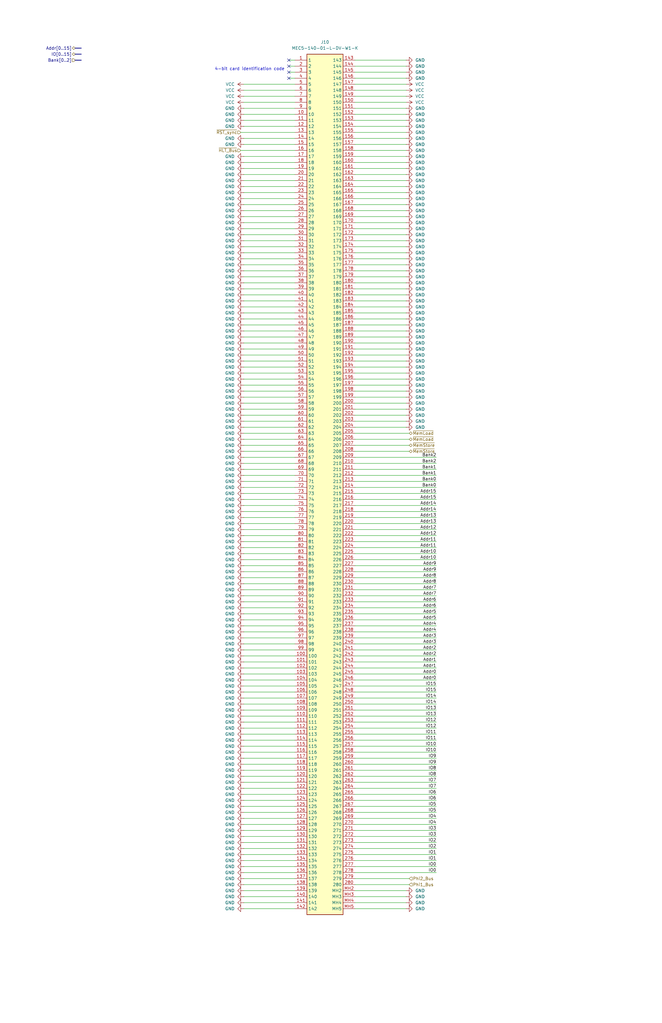
<source format=kicad_sch>
(kicad_sch (version 20250114) (generator "eeschema") (generator_version "9.0")
  (paper "USLedger" portrait)
  (title_block (date "2025-07-11"))
  (text "4-bit card identification code" (at 120.142 29.21 0) (effects (font (size 1.27 1.27)) (justify right)))
  (no_connect (at 121.92 33.02))
  (no_connect (at 121.92 30.48))
  (no_connect (at 121.92 27.94))
  (no_connect (at 121.92 25.4))
  (wire (pts (xy 149.86 205.74) (xy 184.15 205.74)))
  (wire (pts (xy 102.87 360.68) (xy 124.46 360.68)))
  (wire (pts (xy 184.15 302.26) (xy 149.86 302.26)))
  (wire (pts (xy 102.87 187.96) (xy 124.46 187.96)))
  (wire (pts (xy 102.87 325.12) (xy 124.46 325.12)))
  (wire (pts (xy 184.15 297.18) (xy 149.86 297.18)))
  (wire (pts (xy 171.45 375.92) (xy 149.86 375.92)))
  (wire (pts (xy 184.15 198.12) (xy 149.86 198.12)))
  (wire (pts (xy 171.45 104.14) (xy 149.86 104.14)))
  (wire (pts (xy 171.45 160.02) (xy 149.86 160.02)))
  (wire (pts (xy 184.15 193.04) (xy 149.86 193.04)))
  (wire (pts (xy 102.87 177.8) (xy 124.46 177.8)))
  (wire (pts (xy 102.87 68.58) (xy 124.46 68.58)))
  (wire (pts (xy 184.15 236.22) (xy 149.86 236.22)))
  (wire (pts (xy 102.87 314.96) (xy 124.46 314.96)))
  (wire (pts (xy 102.87 233.68) (xy 124.46 233.68)))
  (wire (pts (xy 171.45 91.44) (xy 149.86 91.44)))
  (wire (pts (xy 121.92 27.94) (xy 124.46 27.94)))
  (wire (pts (xy 102.87 53.34) (xy 124.46 53.34)))
  (wire (pts (xy 102.87 261.62) (xy 124.46 261.62)))
  (wire (pts (xy 171.45 101.6) (xy 149.86 101.6)))
  (wire (pts (xy 149.86 203.2) (xy 184.15 203.2)))
  (wire (pts (xy 121.92 30.48) (xy 124.46 30.48)))
  (wire (pts (xy 102.87 363.22) (xy 124.46 363.22)))
  (wire (pts (xy 171.45 76.2) (xy 149.86 76.2)))
  (wire (pts (xy 102.87 99.06) (xy 124.46 99.06)))
  (wire (pts (xy 102.87 185.42) (xy 124.46 185.42)))
  (wire (pts (xy 184.15 325.12) (xy 149.86 325.12)))
  (wire (pts (xy 102.87 332.74) (xy 124.46 332.74)))
  (wire (pts (xy 102.87 109.22) (xy 124.46 109.22)))
  (wire (pts (xy 102.87 119.38) (xy 124.46 119.38)))
  (wire (pts (xy 102.87 238.76) (xy 124.46 238.76)))
  (wire (pts (xy 171.45 383.54) (xy 149.86 383.54)))
  (wire (pts (xy 102.87 193.04) (xy 124.46 193.04)))
  (wire (pts (xy 102.87 378.46) (xy 124.46 378.46)))
  (wire (pts (xy 102.87 40.64) (xy 124.46 40.64)))
  (wire (pts (xy 102.87 200.66) (xy 124.46 200.66)))
  (wire (pts (xy 171.45 134.62) (xy 149.86 134.62)))
  (wire (pts (xy 102.87 284.48) (xy 124.46 284.48)))
  (wire (pts (xy 184.15 322.58) (xy 149.86 322.58)))
  (wire (pts (xy 171.45 114.3) (xy 149.86 114.3)))
  (wire (pts (xy 184.15 279.4) (xy 149.86 279.4)))
  (bus (pts (xy 31.75 25.4) (xy 34.29 25.4)))
  (wire (pts (xy 149.86 187.96) (xy 172.72 187.96)))
  (wire (pts (xy 102.87 335.28) (xy 124.46 335.28)))
  (wire (pts (xy 102.87 312.42) (xy 124.46 312.42)))
  (wire (pts (xy 102.87 175.26) (xy 124.46 175.26)))
  (wire (pts (xy 102.87 248.92) (xy 124.46 248.92)))
  (wire (pts (xy 184.15 213.36) (xy 149.86 213.36)))
  (wire (pts (xy 102.87 154.94) (xy 124.46 154.94)))
  (wire (pts (xy 171.45 60.96) (xy 149.86 60.96)))
  (wire (pts (xy 102.87 220.98) (xy 124.46 220.98)))
  (wire (pts (xy 102.87 160.02) (xy 124.46 160.02)))
  (wire (pts (xy 171.45 147.32) (xy 149.86 147.32)))
  (wire (pts (xy 102.87 195.58) (xy 124.46 195.58)))
  (wire (pts (xy 102.87 208.28) (xy 124.46 208.28)))
  (wire (pts (xy 184.15 195.58) (xy 149.86 195.58)))
  (wire (pts (xy 102.87 127) (xy 124.46 127)))
  (wire (pts (xy 171.45 167.64) (xy 149.86 167.64)))
  (wire (pts (xy 171.45 121.92) (xy 149.86 121.92)))
  (wire (pts (xy 171.45 99.06) (xy 149.86 99.06)))
  (wire (pts (xy 149.86 185.42) (xy 172.72 185.42)))
  (wire (pts (xy 102.87 289.56) (xy 124.46 289.56)))
  (wire (pts (xy 171.45 38.1) (xy 149.86 38.1)))
  (wire (pts (xy 102.87 73.66) (xy 124.46 73.66)))
  (wire (pts (xy 102.87 114.3) (xy 124.46 114.3)))
  (wire (pts (xy 102.87 88.9) (xy 124.46 88.9)))
  (wire (pts (xy 102.87 322.58) (xy 124.46 322.58)))
  (wire (pts (xy 102.87 350.52) (xy 124.46 350.52)))
  (wire (pts (xy 102.87 116.84) (xy 124.46 116.84)))
  (wire (pts (xy 184.15 261.62) (xy 149.86 261.62)))
  (wire (pts (xy 184.15 337.82) (xy 149.86 337.82)))
  (wire (pts (xy 102.87 111.76) (xy 124.46 111.76)))
  (wire (pts (xy 102.87 266.7) (xy 124.46 266.7)))
  (wire (pts (xy 171.45 78.74) (xy 149.86 78.74)))
  (wire (pts (xy 121.92 25.4) (xy 124.46 25.4)))
  (wire (pts (xy 171.45 175.26) (xy 149.86 175.26)))
  (wire (pts (xy 184.15 312.42) (xy 149.86 312.42)))
  (wire (pts (xy 184.15 317.5) (xy 149.86 317.5)))
  (wire (pts (xy 184.15 309.88) (xy 149.86 309.88)))
  (wire (pts (xy 171.45 63.5) (xy 149.86 63.5)))
  (wire (pts (xy 171.45 53.34) (xy 149.86 53.34)))
  (wire (pts (xy 102.87 86.36) (xy 124.46 86.36)))
  (wire (pts (xy 184.15 340.36) (xy 149.86 340.36)))
  (wire (pts (xy 102.87 180.34) (xy 124.46 180.34)))
  (wire (pts (xy 102.87 58.42) (xy 124.46 58.42)))
  (wire (pts (xy 102.87 236.22) (xy 124.46 236.22)))
  (wire (pts (xy 101.6 55.88) (xy 124.46 55.88)))
  (wire (pts (xy 102.87 132.08) (xy 124.46 132.08)))
  (wire (pts (xy 184.15 220.98) (xy 149.86 220.98)))
  (wire (pts (xy 102.87 307.34) (xy 124.46 307.34)))
  (wire (pts (xy 184.15 254) (xy 149.86 254)))
  (wire (pts (xy 171.45 111.76) (xy 149.86 111.76)))
  (wire (pts (xy 184.15 223.52) (xy 149.86 223.52)))
  (wire (pts (xy 102.87 144.78) (xy 124.46 144.78)))
  (wire (pts (xy 121.92 33.02) (xy 124.46 33.02)))
  (wire (pts (xy 184.15 231.14) (xy 149.86 231.14)))
  (wire (pts (xy 184.15 335.28) (xy 149.86 335.28)))
  (wire (pts (xy 102.87 259.08) (xy 124.46 259.08)))
  (wire (pts (xy 184.15 368.3) (xy 149.86 368.3)))
  (wire (pts (xy 102.87 172.72) (xy 124.46 172.72)))
  (wire (pts (xy 184.15 292.1) (xy 149.86 292.1)))
  (wire (pts (xy 184.15 299.72) (xy 149.86 299.72)))
  (wire (pts (xy 101.6 63.5) (xy 124.46 63.5)))
  (wire (pts (xy 102.87 243.84) (xy 124.46 243.84)))
  (wire (pts (xy 102.87 358.14) (xy 124.46 358.14)))
  (wire (pts (xy 171.45 129.54) (xy 149.86 129.54)))
  (wire (pts (xy 102.87 91.44) (xy 124.46 91.44)))
  (wire (pts (xy 102.87 330.2) (xy 124.46 330.2)))
  (wire (pts (xy 171.45 142.24) (xy 149.86 142.24)))
  (wire (pts (xy 102.87 142.24) (xy 124.46 142.24)))
  (wire (pts (xy 102.87 327.66) (xy 124.46 327.66)))
  (wire (pts (xy 102.87 205.74) (xy 124.46 205.74)))
  (wire (pts (xy 171.45 152.4) (xy 149.86 152.4)))
  (wire (pts (xy 184.15 248.92) (xy 149.86 248.92)))
  (wire (pts (xy 102.87 129.54) (xy 124.46 129.54)))
  (wire (pts (xy 102.87 256.54) (xy 124.46 256.54)))
  (wire (pts (xy 184.15 215.9) (xy 149.86 215.9)))
  (wire (pts (xy 102.87 271.78) (xy 124.46 271.78)))
  (wire (pts (xy 172.72 370.84) (xy 149.86 370.84)))
  (wire (pts (xy 184.15 284.48) (xy 149.86 284.48)))
  (wire (pts (xy 102.87 340.36) (xy 124.46 340.36)))
  (wire (pts (xy 171.45 27.94) (xy 149.86 27.94)))
  (wire (pts (xy 102.87 45.72) (xy 124.46 45.72)))
  (wire (pts (xy 102.87 38.1) (xy 124.46 38.1)))
  (wire (pts (xy 102.87 76.2) (xy 124.46 76.2)))
  (wire (pts (xy 102.87 170.18) (xy 124.46 170.18)))
  (wire (pts (xy 184.15 218.44) (xy 149.86 218.44)))
  (wire (pts (xy 102.87 375.92) (xy 124.46 375.92)))
  (wire (pts (xy 102.87 182.88) (xy 124.46 182.88)))
  (wire (pts (xy 171.45 50.8) (xy 149.86 50.8)))
  (wire (pts (xy 102.87 218.44) (xy 124.46 218.44)))
  (wire (pts (xy 171.45 45.72) (xy 149.86 45.72)))
  (wire (pts (xy 102.87 317.5) (xy 124.46 317.5)))
  (wire (pts (xy 171.45 40.64) (xy 149.86 40.64)))
  (wire (pts (xy 102.87 167.64) (xy 124.46 167.64)))
  (wire (pts (xy 102.87 152.4) (xy 124.46 152.4)))
  (wire (pts (xy 102.87 43.18) (xy 124.46 43.18)))
  (wire (pts (xy 102.87 35.56) (xy 124.46 35.56)))
  (wire (pts (xy 171.45 180.34) (xy 149.86 180.34)))
  (wire (pts (xy 102.87 213.36) (xy 124.46 213.36)))
  (wire (pts (xy 184.15 363.22) (xy 149.86 363.22)))
  (wire (pts (xy 149.86 182.88) (xy 172.72 182.88)))
  (wire (pts (xy 171.45 35.56) (xy 149.86 35.56)))
  (wire (pts (xy 184.15 342.9) (xy 149.86 342.9)))
  (wire (pts (xy 184.15 304.8) (xy 149.86 304.8)))
  (wire (pts (xy 102.87 294.64) (xy 124.46 294.64)))
  (wire (pts (xy 102.87 274.32) (xy 124.46 274.32)))
  (wire (pts (xy 102.87 78.74) (xy 124.46 78.74)))
  (wire (pts (xy 184.15 264.16) (xy 149.86 264.16)))
  (wire (pts (xy 184.15 271.78) (xy 149.86 271.78)))
  (wire (pts (xy 102.87 251.46) (xy 124.46 251.46)))
  (wire (pts (xy 102.87 347.98) (xy 124.46 347.98)))
  (wire (pts (xy 102.87 287.02) (xy 124.46 287.02)))
  (wire (pts (xy 102.87 134.62) (xy 124.46 134.62)))
  (wire (pts (xy 171.45 165.1) (xy 149.86 165.1)))
  (wire (pts (xy 171.45 71.12) (xy 149.86 71.12)))
  (wire (pts (xy 102.87 83.82) (xy 124.46 83.82)))
  (wire (pts (xy 171.45 96.52) (xy 149.86 96.52)))
  (wire (pts (xy 102.87 254) (xy 124.46 254)))
  (wire (pts (xy 102.87 368.3) (xy 124.46 368.3)))
  (wire (pts (xy 102.87 365.76) (xy 124.46 365.76)))
  (wire (pts (xy 102.87 241.3) (xy 124.46 241.3)))
  (wire (pts (xy 102.87 320.04) (xy 124.46 320.04)))
  (wire (pts (xy 184.15 294.64) (xy 149.86 294.64)))
  (wire (pts (xy 184.15 314.96) (xy 149.86 314.96)))
  (wire (pts (xy 171.45 66.04) (xy 149.86 66.04)))
  (wire (pts (xy 171.45 381) (xy 149.86 381)))
  (wire (pts (xy 184.15 276.86) (xy 149.86 276.86)))
  (wire (pts (xy 184.15 269.24) (xy 149.86 269.24)))
  (wire (pts (xy 102.87 370.84) (xy 124.46 370.84)))
  (wire (pts (xy 184.15 200.66) (xy 149.86 200.66)))
  (bus (pts (xy 31.75 22.86) (xy 34.29 22.86)))
  (wire (pts (xy 171.45 132.08) (xy 149.86 132.08)))
  (wire (pts (xy 171.45 139.7) (xy 149.86 139.7)))
  (wire (pts (xy 171.45 93.98) (xy 149.86 93.98)))
  (wire (pts (xy 102.87 231.14) (xy 124.46 231.14)))
  (wire (pts (xy 171.45 116.84) (xy 149.86 116.84)))
  (wire (pts (xy 171.45 124.46) (xy 149.86 124.46)))
  (wire (pts (xy 102.87 292.1) (xy 124.46 292.1)))
  (wire (pts (xy 184.15 332.74) (xy 149.86 332.74)))
  (wire (pts (xy 171.45 81.28) (xy 149.86 81.28)))
  (wire (pts (xy 102.87 246.38) (xy 124.46 246.38)))
  (wire (pts (xy 171.45 58.42) (xy 149.86 58.42)))
  (wire (pts (xy 171.45 106.68) (xy 149.86 106.68)))
  (wire (pts (xy 171.45 162.56) (xy 149.86 162.56)))
  (wire (pts (xy 184.15 238.76) (xy 149.86 238.76)))
  (wire (pts (xy 171.45 127) (xy 149.86 127)))
  (wire (pts (xy 184.15 251.46) (xy 149.86 251.46)))
  (wire (pts (xy 184.15 243.84) (xy 149.86 243.84)))
  (wire (pts (xy 184.15 289.56) (xy 149.86 289.56)))
  (wire (pts (xy 102.87 383.54) (xy 124.46 383.54)))
  (wire (pts (xy 102.87 165.1) (xy 124.46 165.1)))
  (wire (pts (xy 184.15 256.54) (xy 149.86 256.54)))
  (wire (pts (xy 102.87 279.4) (xy 124.46 279.4)))
  (wire (pts (xy 102.87 381) (xy 124.46 381)))
  (wire (pts (xy 184.15 274.32) (xy 149.86 274.32)))
  (wire (pts (xy 149.86 190.5) (xy 172.72 190.5)))
  (wire (pts (xy 171.45 25.4) (xy 149.86 25.4)))
  (wire (pts (xy 102.87 66.04) (xy 124.46 66.04)))
  (wire (pts (xy 102.87 101.6) (xy 124.46 101.6)))
  (wire (pts (xy 102.87 304.8) (xy 124.46 304.8)))
  (wire (pts (xy 184.15 365.76) (xy 149.86 365.76)))
  (wire (pts (xy 184.15 353.06) (xy 149.86 353.06)))
  (wire (pts (xy 171.45 88.9) (xy 149.86 88.9)))
  (wire (pts (xy 171.45 33.02) (xy 149.86 33.02)))
  (wire (pts (xy 184.15 241.3) (xy 149.86 241.3)))
  (wire (pts (xy 184.15 350.52) (xy 149.86 350.52)))
  (wire (pts (xy 102.87 81.28) (xy 124.46 81.28)))
  (wire (pts (xy 102.87 228.6) (xy 124.46 228.6)))
  (wire (pts (xy 102.87 157.48) (xy 124.46 157.48)))
  (wire (pts (xy 102.87 302.26) (xy 124.46 302.26)))
  (wire (pts (xy 184.15 210.82) (xy 149.86 210.82)))
  (wire (pts (xy 184.15 259.08) (xy 149.86 259.08)))
  (wire (pts (xy 171.45 378.46) (xy 149.86 378.46)))
  (wire (pts (xy 102.87 299.72) (xy 124.46 299.72)))
  (wire (pts (xy 184.15 226.06) (xy 149.86 226.06)))
  (wire (pts (xy 102.87 226.06) (xy 124.46 226.06)))
  (wire (pts (xy 102.87 96.52) (xy 124.46 96.52)))
  (wire (pts (xy 102.87 71.12) (xy 124.46 71.12)))
  (wire (pts (xy 184.15 287.02) (xy 149.86 287.02)))
  (wire (pts (xy 171.45 68.58) (xy 149.86 68.58)))
  (wire (pts (xy 171.45 55.88) (xy 149.86 55.88)))
  (wire (pts (xy 172.72 373.38) (xy 149.86 373.38)))
  (wire (pts (xy 102.87 48.26) (xy 124.46 48.26)))
  (wire (pts (xy 171.45 157.48) (xy 149.86 157.48)))
  (wire (pts (xy 102.87 124.46) (xy 124.46 124.46)))
  (wire (pts (xy 184.15 307.34) (xy 149.86 307.34)))
  (wire (pts (xy 102.87 198.12) (xy 124.46 198.12)))
  (wire (pts (xy 171.45 170.18) (xy 149.86 170.18)))
  (wire (pts (xy 102.87 297.18) (xy 124.46 297.18)))
  (wire (pts (xy 102.87 210.82) (xy 124.46 210.82)))
  (wire (pts (xy 102.87 104.14) (xy 124.46 104.14)))
  (wire (pts (xy 102.87 147.32) (xy 124.46 147.32)))
  (wire (pts (xy 184.15 233.68) (xy 149.86 233.68)))
  (wire (pts (xy 184.15 266.7) (xy 149.86 266.7)))
  (wire (pts (xy 184.15 330.2) (xy 149.86 330.2)))
  (wire (pts (xy 102.87 137.16) (xy 124.46 137.16)))
  (wire (pts (xy 102.87 203.2) (xy 124.46 203.2)))
  (bus (pts (xy 31.75 20.32) (xy 34.29 20.32)))
  (wire (pts (xy 102.87 373.38) (xy 124.46 373.38)))
  (wire (pts (xy 171.45 172.72) (xy 149.86 172.72)))
  (wire (pts (xy 171.45 144.78) (xy 149.86 144.78)))
  (wire (pts (xy 102.87 269.24) (xy 124.46 269.24)))
  (wire (pts (xy 102.87 60.96) (xy 124.46 60.96)))
  (wire (pts (xy 171.45 48.26) (xy 149.86 48.26)))
  (wire (pts (xy 184.15 327.66) (xy 149.86 327.66)))
  (wire (pts (xy 102.87 121.92) (xy 124.46 121.92)))
  (wire (pts (xy 171.45 119.38) (xy 149.86 119.38)))
  (wire (pts (xy 184.15 347.98) (xy 149.86 347.98)))
  (wire (pts (xy 102.87 139.7) (xy 124.46 139.7)))
  (wire (pts (xy 102.87 149.86) (xy 124.46 149.86)))
  (wire (pts (xy 171.45 109.22) (xy 149.86 109.22)))
  (wire (pts (xy 171.45 149.86) (xy 149.86 149.86)))
  (wire (pts (xy 102.87 337.82) (xy 124.46 337.82)))
  (wire (pts (xy 184.15 358.14) (xy 149.86 358.14)))
  (wire (pts (xy 171.45 83.82) (xy 149.86 83.82)))
  (wire (pts (xy 184.15 360.68) (xy 149.86 360.68)))
  (wire (pts (xy 171.45 43.18) (xy 149.86 43.18)))
  (wire (pts (xy 184.15 355.6) (xy 149.86 355.6)))
  (wire (pts (xy 102.87 264.16) (xy 124.46 264.16)))
  (wire (pts (xy 184.15 208.28) (xy 149.86 208.28)))
  (wire (pts (xy 184.15 345.44) (xy 149.86 345.44)))
  (wire (pts (xy 102.87 345.44) (xy 124.46 345.44)))
  (wire (pts (xy 102.87 215.9) (xy 124.46 215.9)))
  (wire (pts (xy 184.15 228.6) (xy 149.86 228.6)))
  (wire (pts (xy 184.15 320.04) (xy 149.86 320.04)))
  (wire (pts (xy 102.87 309.88) (xy 124.46 309.88)))
  (wire (pts (xy 102.87 223.52) (xy 124.46 223.52)))
  (wire (pts (xy 102.87 281.94) (xy 124.46 281.94)))
  (wire (pts (xy 102.87 162.56) (xy 124.46 162.56)))
  (wire (pts (xy 102.87 106.68) (xy 124.46 106.68)))
  (wire (pts (xy 171.45 177.8) (xy 149.86 177.8)))
  (wire (pts (xy 171.45 30.48) (xy 149.86 30.48)))
  (wire (pts (xy 184.15 281.94) (xy 149.86 281.94)))
  (wire (pts (xy 102.87 190.5) (xy 124.46 190.5)))
  (wire (pts (xy 102.87 353.06) (xy 124.46 353.06)))
  (wire (pts (xy 102.87 355.6) (xy 124.46 355.6)))
  (wire (pts (xy 102.87 276.86) (xy 124.46 276.86)))
  (wire (pts (xy 171.45 86.36) (xy 149.86 86.36)))
  (wire (pts (xy 171.45 137.16) (xy 149.86 137.16)))
  (wire (pts (xy 102.87 342.9) (xy 124.46 342.9)))
  (wire (pts (xy 184.15 246.38) (xy 149.86 246.38)))
  (wire (pts (xy 171.45 73.66) (xy 149.86 73.66)))
  (wire (pts (xy 171.45 154.94) (xy 149.86 154.94)))
  (wire (pts (xy 102.87 93.98) (xy 124.46 93.98)))
  (wire (pts (xy 102.87 50.8) (xy 124.46 50.8)))
  (label "Addr4" (at 184.15 264.16 180))
  (label "Addr13" (at 184.15 218.44 180))
  (label "IO6" (at 184.15 335.28 180))
  (label "IO10" (at 184.15 317.5 180))
  (label "IO11" (at 184.15 309.88 180))
  (label "Addr1" (at 184.15 279.4 180))
  (label "IO6" (at 184.15 337.82 180))
  (label "Addr8" (at 184.15 246.38 180))
  (label "Addr3" (at 184.15 269.24 180))
  (label "Bank2" (at 184.15 193.04 180))
  (label "IO7" (at 184.15 332.74 180))
  (label "Bank1" (at 184.15 200.66 180))
  (label "IO13" (at 184.15 299.72 180))
  (label "Addr5" (at 184.15 261.62 180))
  (label "IO7" (at 184.15 330.2 180))
  (label "IO14" (at 184.15 294.64 180))
  (label "IO5" (at 184.15 340.36 180))
  (label "IO1" (at 184.15 363.22 180))
  (label "IO2" (at 184.15 358.14 180))
  (label "Addr15" (at 184.15 208.28 180))
  (label "IO15" (at 184.15 292.1 180))
  (label "Addr4" (at 184.15 266.7 180))
  (label "IO12" (at 184.15 304.8 180))
  (label "IO12" (at 184.15 307.34 180))
  (label "Addr10" (at 184.15 233.68 180))
  (label "Addr14" (at 184.15 215.9 180))
  (label "Addr7" (at 184.15 248.92 180))
  (label "IO9" (at 184.15 322.58 180))
  (label "Addr12" (at 184.15 223.52 180))
  (label "Addr9" (at 184.15 238.76 180))
  (label "IO8" (at 184.15 325.12 180))
  (label "Addr12" (at 184.15 226.06 180))
  (label "Bank0" (at 184.15 205.74 180))
  (label "IO3" (at 184.15 350.52 180))
  (label "IO15" (at 184.15 289.56 180))
  (label "IO0" (at 184.15 365.76 180))
  (label "Addr11" (at 184.15 228.6 180))
  (label "Addr0" (at 184.15 284.48 180))
  (label "IO10" (at 184.15 314.96 180))
  (label "Addr13" (at 184.15 220.98 180))
  (label "Addr0" (at 184.15 287.02 180))
  (label "Bank1" (at 184.15 198.12 180))
  (label "IO13" (at 184.15 302.26 180))
  (label "IO4" (at 184.15 345.44 180))
  (label "Addr2" (at 184.15 276.86 180))
  (label "Addr6" (at 184.15 254 180))
  (label "Addr5" (at 184.15 259.08 180))
  (label "IO5" (at 184.15 342.9 180))
  (label "Addr1" (at 184.15 281.94 180))
  (label "IO9" (at 184.15 320.04 180))
  (label "Addr7" (at 184.15 251.46 180))
  (label "Addr10" (at 184.15 236.22 180))
  (label "Addr8" (at 184.15 243.84 180))
  (label "Addr11" (at 184.15 231.14 180))
  (label "IO8" (at 184.15 327.66 180))
  (label "IO0" (at 184.15 368.3 180))
  (label "Addr3" (at 184.15 271.78 180))
  (label "Bank2" (at 184.15 195.58 180))
  (label "IO1" (at 184.15 360.68 180))
  (label "IO3" (at 184.15 353.06 180))
  (label "IO2" (at 184.15 355.6 180))
  (label "Addr14" (at 184.15 213.36 180))
  (label "Addr9" (at 184.15 241.3 180))
  (label "IO14" (at 184.15 297.18 180))
  (label "IO11" (at 184.15 312.42 180))
  (label "Addr15" (at 184.15 210.82 180))
  (label "Bank0" (at 184.15 203.2 180))
  (label "IO4" (at 184.15 347.98 180))
  (label "Addr2" (at 184.15 274.32 180))
  (label "Addr6" (at 184.15 256.54 180))
  (hierarchical_label "Addr[0..15]" (shape tri_state) (at 31.75 20.32 180))
  (hierarchical_label "IO[0..15]" (shape tri_state) (at 31.75 22.86 180))
  (hierarchical_label "~{MemStore}" (shape tri_state) (at 172.72 190.5 0))
  (hierarchical_label "Phi2_Bus" (shape input) (at 172.72 370.84 0))
  (hierarchical_label "~{RST_sync}" (shape input) (at 101.6 55.88 180))
  (hierarchical_label "~{MemStore}" (shape tri_state) (at 172.72 187.96 0))
  (hierarchical_label "Phi1_Bus" (shape input) (at 172.72 373.38 0))
  (hierarchical_label "~{MemLoad}" (shape tri_state) (at 172.72 185.42 0))
  (hierarchical_label "~{MemLoad}" (shape tri_state) (at 172.72 182.88 0))
  (hierarchical_label "~{HLT_Bus}" (shape input) (at 101.6 63.5 180))
  (hierarchical_label "Bank[0..2]" (shape input) (at 31.75 25.4 180))
  (symbol (lib_id "power:GND") (at 102.87 210.82 270) (unit 1)
    (property "Reference" "#PWR01300" (effects (hide yes)))
    (property "Value" "GND" (at 99.06 210.8199 90) (effects (justify right)))
    (property "Description" "Power symbol creates a global label with name \"GND\" , ground" (effects (hide yes)))
  )
  (symbol (lib_id "power:GND") (at 102.87 198.12 270) (unit 1)
    (property "Reference" "#PWR01295" (effects (hide yes)))
    (property "Value" "GND" (at 99.06 198.1199 90) (effects (justify right)))
    (property "Description" "Power symbol creates a global label with name \"GND\" , ground" (effects (hide yes)))
  )
  (symbol (lib_id "power:GND") (at 102.87 66.04 270) (unit 1)
    (property "Reference" "#PWR01142" (effects (hide yes)))
    (property "Value" "GND" (at 99.06 66.0399 90) (effects (justify right)))
    (property "Description" "Power symbol creates a global label with name \"GND\" , ground" (effects (hide yes)))
  )
  (symbol (lib_id "power:GND") (at 171.45 99.06 90) (mirror x) (unit 1)
    (property "Reference" "#PWR01216" (effects (hide yes)))
    (property "Value" "GND" (at 175.26 99.0599 90) (effects (justify right)))
    (property "Description" "Power symbol creates a global label with name \"GND\" , ground" (effects (hide yes)))
  )
  (symbol (lib_id "power:GND") (at 171.45 170.18 90) (mirror x) (unit 1)
    (property "Reference" "#PWR01237" (effects (hide yes)))
    (property "Value" "GND" (at 175.26 170.1799 90) (effects (justify right)))
    (property "Description" "Power symbol creates a global label with name \"GND\" , ground" (effects (hide yes)))
  )
  (symbol (lib_id "power:GND") (at 171.45 383.54 90) (mirror x) (unit 1)
    (property "Reference" "#PWR01280" (effects (hide yes)))
    (property "Value" "GND" (at 175.26 383.5399 90) (effects (justify right)))
    (property "Description" "Power symbol creates a global label with name \"GND\" , ground" (effects (hide yes)))
  )
  (symbol (lib_id "power:GND") (at 102.87 375.92 270) (unit 1)
    (property "Reference" "#PWR01365" (effects (hide yes)))
    (property "Value" "GND" (at 99.06 375.9199 90) (effects (justify right)))
    (property "Description" "Power symbol creates a global label with name \"GND\" , ground" (effects (hide yes)))
  )
  (symbol (lib_id "power:GND") (at 102.87 358.14 270) (unit 1)
    (property "Reference" "#PWR01358" (effects (hide yes)))
    (property "Value" "GND" (at 99.06 358.1399 90) (effects (justify right)))
    (property "Description" "Power symbol creates a global label with name \"GND\" , ground" (effects (hide yes)))
  )
  (symbol (lib_id "power:GND") (at 102.87 302.26 270) (unit 1)
    (property "Reference" "#PWR01250" (effects (hide yes)))
    (property "Value" "GND" (at 99.06 302.2599 90) (effects (justify right)))
    (property "Description" "Power symbol creates a global label with name \"GND\" , ground" (effects (hide yes)))
  )
  (symbol (lib_id "power:VCC") (at 102.87 40.64 90) (unit 1)
    (property "Reference" "#PWR0991" (effects (hide yes)))
    (property "Value" "VCC" (at 99.06 40.6399 90) (effects (justify left)))
    (property "Description" "Power symbol creates a global label with name \"VCC\"" (effects (hide yes)))
  )
  (symbol (lib_id "power:GND") (at 102.87 266.7 270) (unit 1)
    (property "Reference" "#PWR01322" (effects (hide yes)))
    (property "Value" "GND" (at 99.06 266.6999 90) (effects (justify right)))
    (property "Description" "Power symbol creates a global label with name \"GND\" , ground" (effects (hide yes)))
  )
  (symbol (lib_id "power:GND") (at 171.45 180.34 90) (mirror x) (unit 1)
    (property "Reference" "#PWR01184" (effects (hide yes)))
    (property "Value" "GND" (at 175.26 180.3399 90) (effects (justify right)))
    (property "Description" "Power symbol creates a global label with name \"GND\" , ground" (effects (hide yes)))
  )
  (symbol (lib_id "power:GND") (at 102.87 378.46 270) (unit 1)
    (property "Reference" "#PWR01366" (effects (hide yes)))
    (property "Value" "GND" (at 99.06 378.4599 90) (effects (justify right)))
    (property "Description" "Power symbol creates a global label with name \"GND\" , ground" (effects (hide yes)))
  )
  (symbol (lib_id "power:GND") (at 102.87 246.38 270) (unit 1)
    (property "Reference" "#PWR01314" (effects (hide yes)))
    (property "Value" "GND" (at 99.06 246.3799 90) (effects (justify right)))
    (property "Description" "Power symbol creates a global label with name \"GND\" , ground" (effects (hide yes)))
  )
  (symbol (lib_id "power:GND") (at 102.87 335.28 270) (unit 1)
    (property "Reference" "#PWR01349" (effects (hide yes)))
    (property "Value" "GND" (at 99.06 335.2799 90) (effects (justify right)))
    (property "Description" "Power symbol creates a global label with name \"GND\" , ground" (effects (hide yes)))
  )
  (symbol (lib_id "power:GND") (at 102.87 86.36 270) (unit 1)
    (property "Reference" "#PWR01336" (effects (hide yes)))
    (property "Value" "GND" (at 99.06 86.3599 90) (effects (justify right)))
    (property "Description" "Power symbol creates a global label with name \"GND\" , ground" (effects (hide yes)))
  )
  (symbol (lib_id "power:GND") (at 171.45 63.5 90) (mirror x) (unit 1)
    (property "Reference" "#PWR01574" (effects (hide yes)))
    (property "Value" "GND" (at 175.26 63.4999 90) (effects (justify right)))
    (property "Description" "Power symbol creates a global label with name \"GND\" , ground" (effects (hide yes)))
  )
  (symbol (lib_id "power:GND") (at 102.87 320.04 270) (unit 1)
    (property "Reference" "#PWR01343" (effects (hide yes)))
    (property "Value" "GND" (at 99.06 320.0399 90) (effects (justify right)))
    (property "Description" "Power symbol creates a global label with name \"GND\" , ground" (effects (hide yes)))
  )
  (symbol (lib_id "power:GND") (at 102.87 256.54 270) (unit 1)
    (property "Reference" "#PWR01318" (effects (hide yes)))
    (property "Value" "GND" (at 99.06 256.5399 90) (effects (justify right)))
    (property "Description" "Power symbol creates a global label with name \"GND\" , ground" (effects (hide yes)))
  )
  (symbol (lib_id "power:GND") (at 102.87 347.98 270) (unit 1)
    (property "Reference" "#PWR01354" (effects (hide yes)))
    (property "Value" "GND" (at 99.06 347.9799 90) (effects (justify right)))
    (property "Description" "Power symbol creates a global label with name \"GND\" , ground" (effects (hide yes)))
  )
  (symbol (lib_id "power:GND") (at 102.87 312.42 270) (unit 1)
    (property "Reference" "#PWR01340" (effects (hide yes)))
    (property "Value" "GND" (at 99.06 312.4199 90) (effects (justify right)))
    (property "Description" "Power symbol creates a global label with name \"GND\" , ground" (effects (hide yes)))
  )
  (symbol (lib_id "power:GND") (at 171.45 167.64 90) (mirror x) (unit 1)
    (property "Reference" "#PWR01181" (effects (hide yes)))
    (property "Value" "GND" (at 175.26 167.6399 90) (effects (justify right)))
    (property "Description" "Power symbol creates a global label with name \"GND\" , ground" (effects (hide yes)))
  )
  (symbol (lib_id "power:GND") (at 102.87 132.08 270) (unit 1)
    (property "Reference" "#PWR01161" (effects (hide yes)))
    (property "Value" "GND" (at 99.06 132.0799 90) (effects (justify right)))
    (property "Description" "Power symbol creates a global label with name \"GND\" , ground" (effects (hide yes)))
  )
  (symbol (lib_id "power:GND") (at 102.87 353.06 270) (unit 1)
    (property "Reference" "#PWR01356" (effects (hide yes)))
    (property "Value" "GND" (at 99.06 353.0599 90) (effects (justify right)))
    (property "Description" "Power symbol creates a global label with name \"GND\" , ground" (effects (hide yes)))
  )
  (symbol (lib_id "power:GND") (at 102.87 345.44 270) (unit 1)
    (property "Reference" "#PWR01353" (effects (hide yes)))
    (property "Value" "GND" (at 99.06 345.4399 90) (effects (justify right)))
    (property "Description" "Power symbol creates a global label with name \"GND\" , ground" (effects (hide yes)))
  )
  (symbol (lib_id "power:GND") (at 102.87 116.84 270) (unit 1)
    (property "Reference" "#PWR01155" (effects (hide yes)))
    (property "Value" "GND" (at 99.06 116.8399 90) (effects (justify right)))
    (property "Description" "Power symbol creates a global label with name \"GND\" , ground" (effects (hide yes)))
  )
  (symbol (lib_id "power:GND") (at 171.45 129.54 90) (mirror x) (unit 1)
    (property "Reference" "#PWR01170" (effects (hide yes)))
    (property "Value" "GND" (at 175.26 129.5399 90) (effects (justify right)))
    (property "Description" "Power symbol creates a global label with name \"GND\" , ground" (effects (hide yes)))
  )
  (symbol (lib_id "power:GND") (at 171.45 66.04 90) (mirror x) (unit 1)
    (property "Reference" "#PWR01575" (effects (hide yes)))
    (property "Value" "GND" (at 175.26 66.0399 90) (effects (justify right)))
    (property "Description" "Power symbol creates a global label with name \"GND\" , ground" (effects (hide yes)))
  )
  (symbol (lib_id "power:GND") (at 102.87 299.72 270) (unit 1)
    (property "Reference" "#PWR01249" (effects (hide yes)))
    (property "Value" "GND" (at 99.06 299.7199 90) (effects (justify right)))
    (property "Description" "Power symbol creates a global label with name \"GND\" , ground" (effects (hide yes)))
  )
  (symbol (lib_id "power:GND") (at 102.87 106.68 270) (unit 1)
    (property "Reference" "#PWR01151" (effects (hide yes)))
    (property "Value" "GND" (at 99.06 106.6799 90) (effects (justify right)))
    (property "Description" "Power symbol creates a global label with name \"GND\" , ground" (effects (hide yes)))
  )
  (symbol (lib_id "power:GND") (at 102.87 182.88 270) (unit 1)
    (property "Reference" "#PWR01289" (effects (hide yes)))
    (property "Value" "GND" (at 99.06 182.8799 90) (effects (justify right)))
    (property "Description" "Power symbol creates a global label with name \"GND\" , ground" (effects (hide yes)))
  )
  (symbol (lib_id "power:GND") (at 171.45 165.1 90) (mirror x) (unit 1)
    (property "Reference" "#PWR01180" (effects (hide yes)))
    (property "Value" "GND" (at 175.26 165.0999 90) (effects (justify right)))
    (property "Description" "Power symbol creates a global label with name \"GND\" , ground" (effects (hide yes)))
  )
  (symbol (lib_id "power:GND") (at 102.87 165.1 270) (unit 1)
    (property "Reference" "#PWR01196" (effects (hide yes)))
    (property "Value" "GND" (at 99.06 165.0999 90) (effects (justify right)))
    (property "Description" "Power symbol creates a global label with name \"GND\" , ground" (effects (hide yes)))
  )
  (symbol (lib_id "power:GND") (at 102.87 83.82 270) (unit 1)
    (property "Reference" "#PWR01145" (effects (hide yes)))
    (property "Value" "GND" (at 99.06 83.8199 90) (effects (justify right)))
    (property "Description" "Power symbol creates a global label with name \"GND\" , ground" (effects (hide yes)))
  )
  (symbol (lib_id "power:GND") (at 171.45 76.2 90) (mirror x) (unit 1)
    (property "Reference" "#PWR01579" (effects (hide yes)))
    (property "Value" "GND" (at 175.26 76.1999 90) (effects (justify right)))
    (property "Description" "Power symbol creates a global label with name \"GND\" , ground" (effects (hide yes)))
  )
  (symbol (lib_id "power:GND") (at 102.87 284.48 270) (unit 1)
    (property "Reference" "#PWR01329" (effects (hide yes)))
    (property "Value" "GND" (at 99.06 284.4799 90) (effects (justify right)))
    (property "Description" "Power symbol creates a global label with name \"GND\" , ground" (effects (hide yes)))
  )
  (symbol (lib_id "power:GND") (at 102.87 276.86 270) (unit 1)
    (property "Reference" "#PWR01326" (effects (hide yes)))
    (property "Value" "GND" (at 99.06 276.8599 90) (effects (justify right)))
    (property "Description" "Power symbol creates a global label with name \"GND\" , ground" (effects (hide yes)))
  )
  (symbol (lib_id "power:GND") (at 171.45 111.76 90) (mirror x) (unit 1)
    (property "Reference" "#PWR01242" (effects (hide yes)))
    (property "Value" "GND" (at 175.26 111.7599 90) (effects (justify right)))
    (property "Description" "Power symbol creates a global label with name \"GND\" , ground" (effects (hide yes)))
  )
  (symbol (lib_id "power:GND") (at 171.45 104.14 90) (mirror x) (unit 1)
    (property "Reference" "#PWR01239" (effects (hide yes)))
    (property "Value" "GND" (at 175.26 104.1399 90) (effects (justify right)))
    (property "Description" "Power symbol creates a global label with name \"GND\" , ground" (effects (hide yes)))
  )
  (symbol (lib_id "power:GND") (at 171.45 78.74 90) (mirror x) (unit 1)
    (property "Reference" "#PWR01580" (effects (hide yes)))
    (property "Value" "GND" (at 175.26 78.7399 90) (effects (justify right)))
    (property "Description" "Power symbol creates a global label with name \"GND\" , ground" (effects (hide yes)))
  )
  (symbol (lib_id "power:GND") (at 102.87 241.3 270) (unit 1)
    (property "Reference" "#PWR01312" (effects (hide yes)))
    (property "Value" "GND" (at 99.06 241.2999 90) (effects (justify right)))
    (property "Description" "Power symbol creates a global label with name \"GND\" , ground" (effects (hide yes)))
  )
  (symbol (lib_id "power:GND") (at 171.45 162.56 90) (mirror x) (unit 1)
    (property "Reference" "#PWR01179" (effects (hide yes)))
    (property "Value" "GND" (at 175.26 162.5599 90) (effects (justify right)))
    (property "Description" "Power symbol creates a global label with name \"GND\" , ground" (effects (hide yes)))
  )
  (symbol (lib_id "Turtle16:MEC5-140-01-L-DV-W1-K") (at 124.46 25.4 0) (unit 1)
    (property "Reference" "J10" (at 137.16 17.78 0))
    (property "Value" "MEC5-140-01-L-DV-W1-K" (at 137.16 20.32 0))
    (property "Footprint" "Turtle16:MEC514001LDVW1K" (effects (hide yes)))
    (property "Datasheet" "https://suddendocs.samtec.com/prints/mec5-xxx-xx-x-dv-xx-k-xx-mkt.pdf" (effects (hide yes)))
    (property "Description" "Standard Card Edge Connectors MEC5-DV vert conn 140 pos per row" (effects (hide yes)))
    (property "Height" "10.35" (effects (hide yes)))
    (property "Mouser Part Number" "200-MEC514001LDVW1K" (effects (hide yes)))
    (property "Mouser Price/Stock" "https://www.mouser.co.uk/ProductDetail/Samtec/MEC5-140-01-L-DV-W1-K?qs=XeJtXLiO41SNck3klUeiMQ%3D%3D" (effects (hide yes)))
    (property "Manufacturer_Name" "SAMTEC" (effects (hide yes)))
    (property "Manufacturer_Part_Number" "MEC5-140-01-L-DV-W1-K" (effects (hide yes)))
  )
  (symbol (lib_id "power:GND") (at 171.45 132.08 90) (mirror x) (unit 1)
    (property "Reference" "#PWR01171" (effects (hide yes)))
    (property "Value" "GND" (at 175.26 132.0799 90) (effects (justify right)))
    (property "Description" "Power symbol creates a global label with name \"GND\" , ground" (effects (hide yes)))
  )
  (symbol (lib_id "power:GND") (at 171.45 127 90) (mirror x) (unit 1)
    (property "Reference" "#PWR01169" (effects (hide yes)))
    (property "Value" "GND" (at 175.26 126.9999 90) (effects (justify right)))
    (property "Description" "Power symbol creates a global label with name \"GND\" , ground" (effects (hide yes)))
  )
  (symbol (lib_id "power:GND") (at 171.45 27.94 90) (mirror x) (unit 1)
    (property "Reference" "#PWR01588" (effects (hide yes)))
    (property "Value" "GND" (at 175.26 27.9399 90) (effects (justify right)))
    (property "Description" "Power symbol creates a global label with name \"GND\" , ground" (effects (hide yes)))
  )
  (symbol (lib_id "power:GND") (at 102.87 200.66 270) (unit 1)
    (property "Reference" "#PWR01296" (effects (hide yes)))
    (property "Value" "GND" (at 99.06 200.6599 90) (effects (justify right)))
    (property "Description" "Power symbol creates a global label with name \"GND\" , ground" (effects (hide yes)))
  )
  (symbol (lib_id "power:GND") (at 102.87 307.34 270) (unit 1)
    (property "Reference" "#PWR01338" (effects (hide yes)))
    (property "Value" "GND" (at 99.06 307.3399 90) (effects (justify right)))
    (property "Description" "Power symbol creates a global label with name \"GND\" , ground" (effects (hide yes)))
  )
  (symbol (lib_id "power:GND") (at 102.87 274.32 270) (unit 1)
    (property "Reference" "#PWR01325" (effects (hide yes)))
    (property "Value" "GND" (at 99.06 274.3199 90) (effects (justify right)))
    (property "Description" "Power symbol creates a global label with name \"GND\" , ground" (effects (hide yes)))
  )
  (symbol (lib_id "power:GND") (at 171.45 58.42 90) (mirror x) (unit 1)
    (property "Reference" "#PWR01572" (effects (hide yes)))
    (property "Value" "GND" (at 175.26 58.4199 90) (effects (justify right)))
    (property "Description" "Power symbol creates a global label with name \"GND\" , ground" (effects (hide yes)))
  )
  (symbol (lib_id "power:GND") (at 102.87 259.08 270) (unit 1)
    (property "Reference" "#PWR01319" (effects (hide yes)))
    (property "Value" "GND" (at 99.06 259.0799 90) (effects (justify right)))
    (property "Description" "Power symbol creates a global label with name \"GND\" , ground" (effects (hide yes)))
  )
  (symbol (lib_id "power:GND") (at 171.45 160.02 90) (mirror x) (unit 1)
    (property "Reference" "#PWR01178" (effects (hide yes)))
    (property "Value" "GND" (at 175.26 160.0199 90) (effects (justify right)))
    (property "Description" "Power symbol creates a global label with name \"GND\" , ground" (effects (hide yes)))
  )
  (symbol (lib_id "power:GND") (at 102.87 314.96 270) (unit 1)
    (property "Reference" "#PWR01341" (effects (hide yes)))
    (property "Value" "GND" (at 99.06 314.9599 90) (effects (justify right)))
    (property "Description" "Power symbol creates a global label with name \"GND\" , ground" (effects (hide yes)))
  )
  (symbol (lib_id "power:GND") (at 171.45 152.4 90) (mirror x) (unit 1)
    (property "Reference" "#PWR01177" (effects (hide yes)))
    (property "Value" "GND" (at 175.26 152.3999 90) (effects (justify right)))
    (property "Description" "Power symbol creates a global label with name \"GND\" , ground" (effects (hide yes)))
  )
  (symbol (lib_id "power:GND") (at 102.87 162.56 270) (unit 1)
    (property "Reference" "#PWR01195" (effects (hide yes)))
    (property "Value" "GND" (at 99.06 162.5599 90) (effects (justify right)))
    (property "Description" "Power symbol creates a global label with name \"GND\" , ground" (effects (hide yes)))
  )
  (symbol (lib_id "power:GND") (at 102.87 228.6 270) (unit 1)
    (property "Reference" "#PWR01307" (effects (hide yes)))
    (property "Value" "GND" (at 99.06 228.5999 90) (effects (justify right)))
    (property "Description" "Power symbol creates a global label with name \"GND\" , ground" (effects (hide yes)))
  )
  (symbol (lib_id "power:GND") (at 102.87 114.3 270) (unit 1)
    (property "Reference" "#PWR01154" (effects (hide yes)))
    (property "Value" "GND" (at 99.06 114.2999 90) (effects (justify right)))
    (property "Description" "Power symbol creates a global label with name \"GND\" , ground" (effects (hide yes)))
  )
  (symbol (lib_id "power:GND") (at 102.87 193.04 270) (unit 1)
    (property "Reference" "#PWR01293" (effects (hide yes)))
    (property "Value" "GND" (at 99.06 193.0399 90) (effects (justify right)))
    (property "Description" "Power symbol creates a global label with name \"GND\" , ground" (effects (hide yes)))
  )
  (symbol (lib_id "power:GND") (at 102.87 292.1 270) (unit 1)
    (property "Reference" "#PWR01332" (effects (hide yes)))
    (property "Value" "GND" (at 99.06 292.0999 90) (effects (justify right)))
    (property "Description" "Power symbol creates a global label with name \"GND\" , ground" (effects (hide yes)))
  )
  (symbol (lib_id "power:GND") (at 102.87 167.64 270) (unit 1)
    (property "Reference" "#PWR01197" (effects (hide yes)))
    (property "Value" "GND" (at 99.06 167.6399 90) (effects (justify right)))
    (property "Description" "Power symbol creates a global label with name \"GND\" , ground" (effects (hide yes)))
  )
  (symbol (lib_id "power:GND") (at 102.87 71.12 270) (unit 1)
    (property "Reference" "#PWR01327" (effects (hide yes)))
    (property "Value" "GND" (at 99.06 71.1199 90) (effects (justify right)))
    (property "Description" "Power symbol creates a global label with name \"GND\" , ground" (effects (hide yes)))
  )
  (symbol (lib_id "power:GND") (at 102.87 142.24 270) (unit 1)
    (property "Reference" "#PWR01165" (effects (hide yes)))
    (property "Value" "GND" (at 99.06 142.2399 90) (effects (justify right)))
    (property "Description" "Power symbol creates a global label with name \"GND\" , ground" (effects (hide yes)))
  )
  (symbol (lib_id "power:GND") (at 171.45 96.52 90) (mirror x) (unit 1)
    (property "Reference" "#PWR01215" (effects (hide yes)))
    (property "Value" "GND" (at 175.26 96.5199 90) (effects (justify right)))
    (property "Description" "Power symbol creates a global label with name \"GND\" , ground" (effects (hide yes)))
  )
  (symbol (lib_id "power:GND") (at 102.87 147.32 270) (unit 1)
    (property "Reference" "#PWR01167" (effects (hide yes)))
    (property "Value" "GND" (at 99.06 147.3199 90) (effects (justify right)))
    (property "Description" "Power symbol creates a global label with name \"GND\" , ground" (effects (hide yes)))
  )
  (symbol (lib_id "power:GND") (at 102.87 220.98 270) (unit 1)
    (property "Reference" "#PWR01304" (effects (hide yes)))
    (property "Value" "GND" (at 99.06 220.9799 90) (effects (justify right)))
    (property "Description" "Power symbol creates a global label with name \"GND\" , ground" (effects (hide yes)))
  )
  (symbol (lib_id "power:GND") (at 102.87 381 270) (unit 1)
    (property "Reference" "#PWR01367" (effects (hide yes)))
    (property "Value" "GND" (at 99.06 380.9999 90) (effects (justify right)))
    (property "Description" "Power symbol creates a global label with name \"GND\" , ground" (effects (hide yes)))
  )
  (symbol (lib_id "power:GND") (at 102.87 330.2 270) (unit 1)
    (property "Reference" "#PWR01347" (effects (hide yes)))
    (property "Value" "GND" (at 99.06 330.1999 90) (effects (justify right)))
    (property "Description" "Power symbol creates a global label with name \"GND\" , ground" (effects (hide yes)))
  )
  (symbol (lib_id "power:GND") (at 171.45 33.02 90) (mirror x) (unit 1)
    (property "Reference" "#PWR01211" (effects (hide yes)))
    (property "Value" "GND" (at 175.26 33.0199 90) (effects (justify right)))
    (property "Description" "Power symbol creates a global label with name \"GND\" , ground" (effects (hide yes)))
  )
  (symbol (lib_id "power:GND") (at 171.45 175.26 90) (mirror x) (unit 1)
    (property "Reference" "#PWR01182" (effects (hide yes)))
    (property "Value" "GND" (at 175.26 175.2599 90) (effects (justify right)))
    (property "Description" "Power symbol creates a global label with name \"GND\" , ground" (effects (hide yes)))
  )
  (symbol (lib_id "power:GND") (at 171.45 149.86 90) (mirror x) (unit 1)
    (property "Reference" "#PWR01176" (effects (hide yes)))
    (property "Value" "GND" (at 175.26 149.8599 90) (effects (justify right)))
    (property "Description" "Power symbol creates a global label with name \"GND\" , ground" (effects (hide yes)))
  )
  (symbol (lib_id "power:GND") (at 102.87 78.74 270) (unit 1)
    (property "Reference" "#PWR01335" (effects (hide yes)))
    (property "Value" "GND" (at 99.06 78.7399 90) (effects (justify right)))
    (property "Description" "Power symbol creates a global label with name \"GND\" , ground" (effects (hide yes)))
  )
  (symbol (lib_id "power:GND") (at 102.87 236.22 270) (unit 1)
    (property "Reference" "#PWR01310" (effects (hide yes)))
    (property "Value" "GND" (at 99.06 236.2199 90) (effects (justify right)))
    (property "Description" "Power symbol creates a global label with name \"GND\" , ground" (effects (hide yes)))
  )
  (symbol (lib_id "power:GND") (at 102.87 152.4 270) (unit 1)
    (property "Reference" "#PWR01191" (effects (hide yes)))
    (property "Value" "GND" (at 99.06 152.3999 90) (effects (justify right)))
    (property "Description" "Power symbol creates a global label with name \"GND\" , ground" (effects (hide yes)))
  )
  (symbol (lib_id "power:GND") (at 102.87 190.5 270) (unit 1)
    (property "Reference" "#PWR01292" (effects (hide yes)))
    (property "Value" "GND" (at 99.06 190.4999 90) (effects (justify right)))
    (property "Description" "Power symbol creates a global label with name \"GND\" , ground" (effects (hide yes)))
  )
  (symbol (lib_id "power:GND") (at 102.87 137.16 270) (unit 1)
    (property "Reference" "#PWR01163" (effects (hide yes)))
    (property "Value" "GND" (at 99.06 137.1599 90) (effects (justify right)))
    (property "Description" "Power symbol creates a global label with name \"GND\" , ground" (effects (hide yes)))
  )
  (symbol (lib_id "power:GND") (at 102.87 269.24 270) (unit 1)
    (property "Reference" "#PWR01323" (effects (hide yes)))
    (property "Value" "GND" (at 99.06 269.2399 90) (effects (justify right)))
    (property "Description" "Power symbol creates a global label with name \"GND\" , ground" (effects (hide yes)))
  )
  (symbol (lib_id "power:VCC") (at 171.45 38.1 270) (mirror x) (unit 1)
    (property "Reference" "#PWR01202" (effects (hide yes)))
    (property "Value" "VCC" (at 175.26 38.0999 90) (effects (justify left)))
    (property "Description" "Power symbol creates a global label with name \"VCC\"" (effects (hide yes)))
  )
  (symbol (lib_id "power:GND") (at 102.87 60.96 270) (unit 1)
    (property "Reference" "#PWR01271" (effects (hide yes)))
    (property "Value" "GND" (at 99.06 60.9599 90) (effects (justify right)))
    (property "Description" "Power symbol creates a global label with name \"GND\" , ground" (effects (hide yes)))
  )
  (symbol (lib_id "power:GND") (at 171.45 48.26 90) (mirror x) (unit 1)
    (property "Reference" "#PWR01213" (effects (hide yes)))
    (property "Value" "GND" (at 175.26 48.2599 90) (effects (justify right)))
    (property "Description" "Power symbol creates a global label with name \"GND\" , ground" (effects (hide yes)))
  )
  (symbol (lib_id "power:GND") (at 102.87 215.9 270) (unit 1)
    (property "Reference" "#PWR01302" (effects (hide yes)))
    (property "Value" "GND" (at 99.06 215.8999 90) (effects (justify right)))
    (property "Description" "Power symbol creates a global label with name \"GND\" , ground" (effects (hide yes)))
  )
  (symbol (lib_id "power:GND") (at 102.87 50.8 270) (unit 1)
    (property "Reference" "#PWR01138" (effects (hide yes)))
    (property "Value" "GND" (at 99.06 50.7999 90) (effects (justify right)))
    (property "Description" "Power symbol creates a global label with name \"GND\" , ground" (effects (hide yes)))
  )
  (symbol (lib_id "power:GND") (at 102.87 45.72 270) (unit 1)
    (property "Reference" "#PWR01136" (effects (hide yes)))
    (property "Value" "GND" (at 99.06 45.7199 90) (effects (justify right)))
    (property "Description" "Power symbol creates a global label with name \"GND\" , ground" (effects (hide yes)))
  )
  (symbol (lib_id "power:GND") (at 171.45 53.34 90) (mirror x) (unit 1)
    (property "Reference" "#PWR01570" (effects (hide yes)))
    (property "Value" "GND" (at 175.26 53.3399 90) (effects (justify right)))
    (property "Description" "Power symbol creates a global label with name \"GND\" , ground" (effects (hide yes)))
  )
  (symbol (lib_id "power:GND") (at 102.87 342.9 270) (unit 1)
    (property "Reference" "#PWR01352" (effects (hide yes)))
    (property "Value" "GND" (at 99.06 342.8999 90) (effects (justify right)))
    (property "Description" "Power symbol creates a global label with name \"GND\" , ground" (effects (hide yes)))
  )
  (symbol (lib_id "power:VCC") (at 171.45 35.56 270) (mirror x) (unit 1)
    (property "Reference" "#PWR01201" (effects (hide yes)))
    (property "Value" "VCC" (at 175.26 35.5599 90) (effects (justify left)))
    (property "Description" "Power symbol creates a global label with name \"VCC\"" (effects (hide yes)))
  )
  (symbol (lib_id "power:GND") (at 102.87 101.6 270) (unit 1)
    (property "Reference" "#PWR01149" (effects (hide yes)))
    (property "Value" "GND" (at 99.06 101.5999 90) (effects (justify right)))
    (property "Description" "Power symbol creates a global label with name \"GND\" , ground" (effects (hide yes)))
  )
  (symbol (lib_id "power:GND") (at 171.45 144.78 90) (mirror x) (unit 1)
    (property "Reference" "#PWR01174" (effects (hide yes)))
    (property "Value" "GND" (at 175.26 144.7799 90) (effects (justify right)))
    (property "Description" "Power symbol creates a global label with name \"GND\" , ground" (effects (hide yes)))
  )
  (symbol (lib_id "power:GND") (at 102.87 373.38 270) (unit 1)
    (property "Reference" "#PWR01364" (effects (hide yes)))
    (property "Value" "GND" (at 99.06 373.3799 90) (effects (justify right)))
    (property "Description" "Power symbol creates a global label with name \"GND\" , ground" (effects (hide yes)))
  )
  (symbol (lib_id "power:GND") (at 102.87 93.98 270) (unit 1)
    (property "Reference" "#PWR01146" (effects (hide yes)))
    (property "Value" "GND" (at 99.06 93.9799 90) (effects (justify right)))
    (property "Description" "Power symbol creates a global label with name \"GND\" , ground" (effects (hide yes)))
  )
  (symbol (lib_id "power:GND") (at 102.87 111.76 270) (unit 1)
    (property "Reference" "#PWR01153" (effects (hide yes)))
    (property "Value" "GND" (at 99.06 111.7599 90) (effects (justify right)))
    (property "Description" "Power symbol creates a global label with name \"GND\" , ground" (effects (hide yes)))
  )
  (symbol (lib_id "power:GND") (at 102.87 340.36 270) (unit 1)
    (property "Reference" "#PWR01351" (effects (hide yes)))
    (property "Value" "GND" (at 99.06 340.3599 90) (effects (justify right)))
    (property "Description" "Power symbol creates a global label with name \"GND\" , ground" (effects (hide yes)))
  )
  (symbol (lib_id "power:GND") (at 171.45 68.58 90) (mirror x) (unit 1)
    (property "Reference" "#PWR01576" (effects (hide yes)))
    (property "Value" "GND" (at 175.26 68.5799 90) (effects (justify right)))
    (property "Description" "Power symbol creates a global label with name \"GND\" , ground" (effects (hide yes)))
  )
  (symbol (lib_id "power:GND") (at 102.87 322.58 270) (unit 1)
    (property "Reference" "#PWR01344" (effects (hide yes)))
    (property "Value" "GND" (at 99.06 322.5799 90) (effects (justify right)))
    (property "Description" "Power symbol creates a global label with name \"GND\" , ground" (effects (hide yes)))
  )
  (symbol (lib_id "power:GND") (at 171.45 157.48 90) (mirror x) (unit 1)
    (property "Reference" "#PWR01236" (effects (hide yes)))
    (property "Value" "GND" (at 175.26 157.4799 90) (effects (justify right)))
    (property "Description" "Power symbol creates a global label with name \"GND\" , ground" (effects (hide yes)))
  )
  (symbol (lib_id "power:GND") (at 171.45 91.44 90) (mirror x) (unit 1)
    (property "Reference" "#PWR01585" (effects (hide yes)))
    (property "Value" "GND" (at 175.26 91.4399 90) (effects (justify right)))
    (property "Description" "Power symbol creates a global label with name \"GND\" , ground" (effects (hide yes)))
  )
  (symbol (lib_id "power:GND") (at 102.87 104.14 270) (unit 1)
    (property "Reference" "#PWR01150" (effects (hide yes)))
    (property "Value" "GND" (at 99.06 104.1399 90) (effects (justify right)))
    (property "Description" "Power symbol creates a global label with name \"GND\" , ground" (effects (hide yes)))
  )
  (symbol (lib_id "power:GND") (at 102.87 88.9 270) (unit 1)
    (property "Reference" "#PWR01337" (effects (hide yes)))
    (property "Value" "GND" (at 99.06 88.8999 90) (effects (justify right)))
    (property "Description" "Power symbol creates a global label with name \"GND\" , ground" (effects (hide yes)))
  )
  (symbol (lib_id "power:GND") (at 102.87 226.06 270) (unit 1)
    (property "Reference" "#PWR01306" (effects (hide yes)))
    (property "Value" "GND" (at 99.06 226.0599 90) (effects (justify right)))
    (property "Description" "Power symbol creates a global label with name \"GND\" , ground" (effects (hide yes)))
  )
  (symbol (lib_id "power:GND") (at 102.87 261.62 270) (unit 1)
    (property "Reference" "#PWR01320" (effects (hide yes)))
    (property "Value" "GND" (at 99.06 261.6199 90) (effects (justify right)))
    (property "Description" "Power symbol creates a global label with name \"GND\" , ground" (effects (hide yes)))
  )
  (symbol (lib_id "power:GND") (at 171.45 381 90) (mirror x) (unit 1)
    (property "Reference" "#PWR01279" (effects (hide yes)))
    (property "Value" "GND" (at 175.26 380.9999 90) (effects (justify right)))
    (property "Description" "Power symbol creates a global label with name \"GND\" , ground" (effects (hide yes)))
  )
  (symbol (lib_id "power:GND") (at 171.45 25.4 90) (mirror x) (unit 1)
    (property "Reference" "#PWR01587" (effects (hide yes)))
    (property "Value" "GND" (at 175.26 25.3999 90) (effects (justify right)))
    (property "Description" "Power symbol creates a global label with name \"GND\" , ground" (effects (hide yes)))
  )
  (symbol (lib_id "power:GND") (at 171.45 177.8 90) (mirror x) (unit 1)
    (property "Reference" "#PWR01183" (effects (hide yes)))
    (property "Value" "GND" (at 175.26 177.7999 90) (effects (justify right)))
    (property "Description" "Power symbol creates a global label with name \"GND\" , ground" (effects (hide yes)))
  )
  (symbol (lib_id "power:GND") (at 102.87 172.72 270) (unit 1)
    (property "Reference" "#PWR01199" (effects (hide yes)))
    (property "Value" "GND" (at 99.06 172.7199 90) (effects (justify right)))
    (property "Description" "Power symbol creates a global label with name \"GND\" , ground" (effects (hide yes)))
  )
  (symbol (lib_id "power:GND") (at 102.87 195.58 270) (unit 1)
    (property "Reference" "#PWR01294" (effects (hide yes)))
    (property "Value" "GND" (at 99.06 195.5799 90) (effects (justify right)))
    (property "Description" "Power symbol creates a global label with name \"GND\" , ground" (effects (hide yes)))
  )
  (symbol (lib_id "power:GND") (at 102.87 154.94 270) (unit 1)
    (property "Reference" "#PWR01192" (effects (hide yes)))
    (property "Value" "GND" (at 99.06 154.9399 90) (effects (justify right)))
    (property "Description" "Power symbol creates a global label with name \"GND\" , ground" (effects (hide yes)))
  )
  (symbol (lib_id "power:GND") (at 102.87 121.92 270) (unit 1)
    (property "Reference" "#PWR01157" (effects (hide yes)))
    (property "Value" "GND" (at 99.06 121.9199 90) (effects (justify right)))
    (property "Description" "Power symbol creates a global label with name \"GND\" , ground" (effects (hide yes)))
  )
  (symbol (lib_id "power:GND") (at 102.87 337.82 270) (unit 1)
    (property "Reference" "#PWR01350" (effects (hide yes)))
    (property "Value" "GND" (at 99.06 337.8199 90) (effects (justify right)))
    (property "Description" "Power symbol creates a global label with name \"GND\" , ground" (effects (hide yes)))
  )
  (symbol (lib_id "power:GND") (at 102.87 325.12 270) (unit 1)
    (property "Reference" "#PWR01345" (effects (hide yes)))
    (property "Value" "GND" (at 99.06 325.1199 90) (effects (justify right)))
    (property "Description" "Power symbol creates a global label with name \"GND\" , ground" (effects (hide yes)))
  )
  (symbol (lib_id "power:GND") (at 102.87 309.88 270) (unit 1)
    (property "Reference" "#PWR01339" (effects (hide yes)))
    (property "Value" "GND" (at 99.06 309.8799 90) (effects (justify right)))
    (property "Description" "Power symbol creates a global label with name \"GND\" , ground" (effects (hide yes)))
  )
  (symbol (lib_id "power:GND") (at 171.45 45.72 90) (mirror x) (unit 1)
    (property "Reference" "#PWR01212" (effects (hide yes)))
    (property "Value" "GND" (at 175.26 45.7199 90) (effects (justify right)))
    (property "Description" "Power symbol creates a global label with name \"GND\" , ground" (effects (hide yes)))
  )
  (symbol (lib_id "power:GND") (at 102.87 134.62 270) (unit 1)
    (property "Reference" "#PWR01162" (effects (hide yes)))
    (property "Value" "GND" (at 99.06 134.6199 90) (effects (justify right)))
    (property "Description" "Power symbol creates a global label with name \"GND\" , ground" (effects (hide yes)))
  )
  (symbol (lib_id "power:GND") (at 102.87 297.18 270) (unit 1)
    (property "Reference" "#PWR01334" (effects (hide yes)))
    (property "Value" "GND" (at 99.06 297.1799 90) (effects (justify right)))
    (property "Description" "Power symbol creates a global label with name \"GND\" , ground" (effects (hide yes)))
  )
  (symbol (lib_id "power:GND") (at 102.87 332.74 270) (unit 1)
    (property "Reference" "#PWR01348" (effects (hide yes)))
    (property "Value" "GND" (at 99.06 332.7399 90) (effects (justify right)))
    (property "Description" "Power symbol creates a global label with name \"GND\" , ground" (effects (hide yes)))
  )
  (symbol (lib_id "power:GND") (at 171.45 81.28 90) (mirror x) (unit 1)
    (property "Reference" "#PWR01581" (effects (hide yes)))
    (property "Value" "GND" (at 175.26 81.2799 90) (effects (justify right)))
    (property "Description" "Power symbol creates a global label with name \"GND\" , ground" (effects (hide yes)))
  )
  (symbol (lib_id "power:GND") (at 102.87 139.7 270) (unit 1)
    (property "Reference" "#PWR01164" (effects (hide yes)))
    (property "Value" "GND" (at 99.06 139.6999 90) (effects (justify right)))
    (property "Description" "Power symbol creates a global label with name \"GND\" , ground" (effects (hide yes)))
  )
  (symbol (lib_id "power:GND") (at 102.87 180.34 270) (unit 1)
    (property "Reference" "#PWR01288" (effects (hide yes)))
    (property "Value" "GND" (at 99.06 180.3399 90) (effects (justify right)))
    (property "Description" "Power symbol creates a global label with name \"GND\" , ground" (effects (hide yes)))
  )
  (symbol (lib_id "power:GND") (at 102.87 96.52 270) (unit 1)
    (property "Reference" "#PWR01147" (effects (hide yes)))
    (property "Value" "GND" (at 99.06 96.5199 90) (effects (justify right)))
    (property "Description" "Power symbol creates a global label with name \"GND\" , ground" (effects (hide yes)))
  )
  (symbol (lib_id "power:GND") (at 171.45 142.24 90) (mirror x) (unit 1)
    (property "Reference" "#PWR01234" (effects (hide yes)))
    (property "Value" "GND" (at 175.26 142.2399 90) (effects (justify right)))
    (property "Description" "Power symbol creates a global label with name \"GND\" , ground" (effects (hide yes)))
  )
  (symbol (lib_id "power:GND") (at 102.87 170.18 270) (unit 1)
    (property "Reference" "#PWR01198" (effects (hide yes)))
    (property "Value" "GND" (at 99.06 170.1799 90) (effects (justify right)))
    (property "Description" "Power symbol creates a global label with name \"GND\" , ground" (effects (hide yes)))
  )
  (symbol (lib_id "power:GND") (at 102.87 213.36 270) (unit 1)
    (property "Reference" "#PWR01301" (effects (hide yes)))
    (property "Value" "GND" (at 99.06 213.3599 90) (effects (justify right)))
    (property "Description" "Power symbol creates a global label with name \"GND\" , ground" (effects (hide yes)))
  )
  (symbol (lib_id "power:GND") (at 102.87 355.6 270) (unit 1)
    (property "Reference" "#PWR01357" (effects (hide yes)))
    (property "Value" "GND" (at 99.06 355.5999 90) (effects (justify right)))
    (property "Description" "Power symbol creates a global label with name \"GND\" , ground" (effects (hide yes)))
  )
  (symbol (lib_id "power:GND") (at 102.87 289.56 270) (unit 1)
    (property "Reference" "#PWR01331" (effects (hide yes)))
    (property "Value" "GND" (at 99.06 289.5599 90) (effects (justify right)))
    (property "Description" "Power symbol creates a global label with name \"GND\" , ground" (effects (hide yes)))
  )
  (symbol (lib_id "power:GND") (at 102.87 231.14 270) (unit 1)
    (property "Reference" "#PWR01308" (effects (hide yes)))
    (property "Value" "GND" (at 99.06 231.1399 90) (effects (justify right)))
    (property "Description" "Power symbol creates a global label with name \"GND\" , ground" (effects (hide yes)))
  )
  (symbol (lib_id "power:GND") (at 102.87 360.68 270) (unit 1)
    (property "Reference" "#PWR01359" (effects (hide yes)))
    (property "Value" "GND" (at 99.06 360.6799 90) (effects (justify right)))
    (property "Description" "Power symbol creates a global label with name \"GND\" , ground" (effects (hide yes)))
  )
  (symbol (lib_id "power:GND") (at 171.45 137.16 90) (mirror x) (unit 1)
    (property "Reference" "#PWR01173" (effects (hide yes)))
    (property "Value" "GND" (at 175.26 137.1599 90) (effects (justify right)))
    (property "Description" "Power symbol creates a global label with name \"GND\" , ground" (effects (hide yes)))
  )
  (symbol (lib_id "power:GND") (at 102.87 73.66 270) (unit 1)
    (property "Reference" "#PWR01328" (effects (hide yes)))
    (property "Value" "GND" (at 99.06 73.6599 90) (effects (justify right)))
    (property "Description" "Power symbol creates a global label with name \"GND\" , ground" (effects (hide yes)))
  )
  (symbol (lib_id "power:GND") (at 102.87 109.22 270) (unit 1)
    (property "Reference" "#PWR01152" (effects (hide yes)))
    (property "Value" "GND" (at 99.06 109.2199 90) (effects (justify right)))
    (property "Description" "Power symbol creates a global label with name \"GND\" , ground" (effects (hide yes)))
  )
  (symbol (lib_id "power:GND") (at 102.87 350.52 270) (unit 1)
    (property "Reference" "#PWR01355" (effects (hide yes)))
    (property "Value" "GND" (at 99.06 350.5199 90) (effects (justify right)))
    (property "Description" "Power symbol creates a global label with name \"GND\" , ground" (effects (hide yes)))
  )
  (symbol (lib_id "power:GND") (at 171.45 124.46 90) (mirror x) (unit 1)
    (property "Reference" "#PWR01231" (effects (hide yes)))
    (property "Value" "GND" (at 175.26 124.4599 90) (effects (justify right)))
    (property "Description" "Power symbol creates a global label with name \"GND\" , ground" (effects (hide yes)))
  )
  (symbol (lib_id "power:GND") (at 171.45 139.7 90) (mirror x) (unit 1)
    (property "Reference" "#PWR01233" (effects (hide yes)))
    (property "Value" "GND" (at 175.26 139.6999 90) (effects (justify right)))
    (property "Description" "Power symbol creates a global label with name \"GND\" , ground" (effects (hide yes)))
  )
  (symbol (lib_id "power:GND") (at 171.45 50.8 90) (mirror x) (unit 1)
    (property "Reference" "#PWR01214" (effects (hide yes)))
    (property "Value" "GND" (at 175.26 50.7999 90) (effects (justify right)))
    (property "Description" "Power symbol creates a global label with name \"GND\" , ground" (effects (hide yes)))
  )
  (symbol (lib_id "power:GND") (at 171.45 83.82 90) (mirror x) (unit 1)
    (property "Reference" "#PWR01582" (effects (hide yes)))
    (property "Value" "GND" (at 175.26 83.8199 90) (effects (justify right)))
    (property "Description" "Power symbol creates a global label with name \"GND\" , ground" (effects (hide yes)))
  )
  (symbol (lib_id "power:GND") (at 171.45 101.6 90) (mirror x) (unit 1)
    (property "Reference" "#PWR01185" (effects (hide yes)))
    (property "Value" "GND" (at 175.26 101.5999 90) (effects (justify right)))
    (property "Description" "Power symbol creates a global label with name \"GND\" , ground" (effects (hide yes)))
  )
  (symbol (lib_id "power:GND") (at 171.45 106.68 90) (mirror x) (unit 1)
    (property "Reference" "#PWR01240" (effects (hide yes)))
    (property "Value" "GND" (at 175.26 106.6799 90) (effects (justify right)))
    (property "Description" "Power symbol creates a global label with name \"GND\" , ground" (effects (hide yes)))
  )
  (symbol (lib_id "power:VCC") (at 102.87 38.1 90) (unit 1)
    (property "Reference" "#PWR044" (effects (hide yes)))
    (property "Value" "VCC" (at 99.06 38.0999 90) (effects (justify left)))
    (property "Description" "Power symbol creates a global label with name \"VCC\"" (effects (hide yes)))
  )
  (symbol (lib_id "power:GND") (at 171.45 375.92 90) (mirror x) (unit 1)
    (property "Reference" "#PWR01277" (effects (hide yes)))
    (property "Value" "GND" (at 175.26 375.9199 90) (effects (justify right)))
    (property "Description" "Power symbol creates a global label with name \"GND\" , ground" (effects (hide yes)))
  )
  (symbol (lib_id "power:GND") (at 102.87 205.74 270) (unit 1)
    (property "Reference" "#PWR01298" (effects (hide yes)))
    (property "Value" "GND" (at 99.06 205.7399 90) (effects (justify right)))
    (property "Description" "Power symbol creates a global label with name \"GND\" , ground" (effects (hide yes)))
  )
  (symbol (lib_id "power:GND") (at 171.45 86.36 90) (mirror x) (unit 1)
    (property "Reference" "#PWR01583" (effects (hide yes)))
    (property "Value" "GND" (at 175.26 86.3599 90) (effects (justify right)))
    (property "Description" "Power symbol creates a global label with name \"GND\" , ground" (effects (hide yes)))
  )
  (symbol (lib_id "power:GND") (at 102.87 208.28 270) (unit 1)
    (property "Reference" "#PWR01299" (effects (hide yes)))
    (property "Value" "GND" (at 99.06 208.2799 90) (effects (justify right)))
    (property "Description" "Power symbol creates a global label with name \"GND\" , ground" (effects (hide yes)))
  )
  (symbol (lib_id "power:GND") (at 102.87 58.42 270) (unit 1)
    (property "Reference" "#PWR01275" (effects (hide yes)))
    (property "Value" "GND" (at 99.06 58.4199 90) (effects (justify right)))
    (property "Description" "Power symbol creates a global label with name \"GND\" , ground" (effects (hide yes)))
  )
  (symbol (lib_id "power:GND") (at 171.45 147.32 90) (mirror x) (unit 1)
    (property "Reference" "#PWR01175" (effects (hide yes)))
    (property "Value" "GND" (at 175.26 147.3199 90) (effects (justify right)))
    (property "Description" "Power symbol creates a global label with name \"GND\" , ground" (effects (hide yes)))
  )
  (symbol (lib_id "power:GND") (at 102.87 383.54 270) (unit 1)
    (property "Reference" "#PWR01368" (effects (hide yes)))
    (property "Value" "GND" (at 99.06 383.5399 90) (effects (justify right)))
    (property "Description" "Power symbol creates a global label with name \"GND\" , ground" (effects (hide yes)))
  )
  (symbol (lib_id "power:GND") (at 171.45 60.96 90) (mirror x) (unit 1)
    (property "Reference" "#PWR01573" (effects (hide yes)))
    (property "Value" "GND" (at 175.26 60.9599 90) (effects (justify right)))
    (property "Description" "Power symbol creates a global label with name \"GND\" , ground" (effects (hide yes)))
  )
  (symbol (lib_id "power:GND") (at 102.87 119.38 270) (unit 1)
    (property "Reference" "#PWR01156" (effects (hide yes)))
    (property "Value" "GND" (at 99.06 119.3799 90) (effects (justify right)))
    (property "Description" "Power symbol creates a global label with name \"GND\" , ground" (effects (hide yes)))
  )
  (symbol (lib_id "power:GND") (at 102.87 53.34 270) (unit 1)
    (property "Reference" "#PWR01139" (effects (hide yes)))
    (property "Value" "GND" (at 99.06 53.3399 90) (effects (justify right)))
    (property "Description" "Power symbol creates a global label with name \"GND\" , ground" (effects (hide yes)))
  )
  (symbol (lib_id "power:GND") (at 102.87 248.92 270) (unit 1)
    (property "Reference" "#PWR01315" (effects (hide yes)))
    (property "Value" "GND" (at 99.06 248.9199 90) (effects (justify right)))
    (property "Description" "Power symbol creates a global label with name \"GND\" , ground" (effects (hide yes)))
  )
  (symbol (lib_id "power:GND") (at 102.87 149.86 270) (unit 1)
    (property "Reference" "#PWR01168" (effects (hide yes)))
    (property "Value" "GND" (at 99.06 149.8599 90) (effects (justify right)))
    (property "Description" "Power symbol creates a global label with name \"GND\" , ground" (effects (hide yes)))
  )
  (symbol (lib_id "power:GND") (at 171.45 121.92 90) (mirror x) (unit 1)
    (property "Reference" "#PWR01246" (effects (hide yes)))
    (property "Value" "GND" (at 175.26 121.9199 90) (effects (justify right)))
    (property "Description" "Power symbol creates a global label with name \"GND\" , ground" (effects (hide yes)))
  )
  (symbol (lib_id "power:GND") (at 171.45 55.88 90) (mirror x) (unit 1)
    (property "Reference" "#PWR01571" (effects (hide yes)))
    (property "Value" "GND" (at 175.26 55.8799 90) (effects (justify right)))
    (property "Description" "Power symbol creates a global label with name \"GND\" , ground" (effects (hide yes)))
  )
  (symbol (lib_id "power:GND") (at 171.45 73.66 90) (mirror x) (unit 1)
    (property "Reference" "#PWR01578" (effects (hide yes)))
    (property "Value" "GND" (at 175.26 73.6599 90) (effects (justify right)))
    (property "Description" "Power symbol creates a global label with name \"GND\" , ground" (effects (hide yes)))
  )
  (symbol (lib_id "power:GND") (at 171.45 119.38 90) (mirror x) (unit 1)
    (property "Reference" "#PWR01245" (effects (hide yes)))
    (property "Value" "GND" (at 175.26 119.3799 90) (effects (justify right)))
    (property "Description" "Power symbol creates a global label with name \"GND\" , ground" (effects (hide yes)))
  )
  (symbol (lib_id "power:GND") (at 102.87 304.8 270) (unit 1)
    (property "Reference" "#PWR01251" (effects (hide yes)))
    (property "Value" "GND" (at 99.06 304.7999 90) (effects (justify right)))
    (property "Description" "Power symbol creates a global label with name \"GND\" , ground" (effects (hide yes)))
  )
  (symbol (lib_id "power:GND") (at 171.45 114.3 90) (mirror x) (unit 1)
    (property "Reference" "#PWR01243" (effects (hide yes)))
    (property "Value" "GND" (at 175.26 114.2999 90) (effects (justify right)))
    (property "Description" "Power symbol creates a global label with name \"GND\" , ground" (effects (hide yes)))
  )
  (symbol (lib_id "power:GND") (at 171.45 116.84 90) (mirror x) (unit 1)
    (property "Reference" "#PWR01244" (effects (hide yes)))
    (property "Value" "GND" (at 175.26 116.8399 90) (effects (justify right)))
    (property "Description" "Power symbol creates a global label with name \"GND\" , ground" (effects (hide yes)))
  )
  (symbol (lib_id "power:GND") (at 102.87 368.3 270) (unit 1)
    (property "Reference" "#PWR01362" (effects (hide yes)))
    (property "Value" "GND" (at 99.06 368.2999 90) (effects (justify right)))
    (property "Description" "Power symbol creates a global label with name \"GND\" , ground" (effects (hide yes)))
  )
  (symbol (lib_id "power:GND") (at 102.87 76.2 270) (unit 1)
    (property "Reference" "#PWR01140" (effects (hide yes)))
    (property "Value" "GND" (at 99.06 76.1999 90) (effects (justify right)))
    (property "Description" "Power symbol creates a global label with name \"GND\" , ground" (effects (hide yes)))
  )
  (symbol (lib_id "power:GND") (at 102.87 233.68 270) (unit 1)
    (property "Reference" "#PWR01309" (effects (hide yes)))
    (property "Value" "GND" (at 99.06 233.6799 90) (effects (justify right)))
    (property "Description" "Power symbol creates a global label with name \"GND\" , ground" (effects (hide yes)))
  )
  (symbol (lib_id "power:GND") (at 102.87 81.28 270) (unit 1)
    (property "Reference" "#PWR01144" (effects (hide yes)))
    (property "Value" "GND" (at 99.06 81.2799 90) (effects (justify right)))
    (property "Description" "Power symbol creates a global label with name \"GND\" , ground" (effects (hide yes)))
  )
  (symbol (lib_id "power:GND") (at 171.45 109.22 90) (mirror x) (unit 1)
    (property "Reference" "#PWR01241" (effects (hide yes)))
    (property "Value" "GND" (at 175.26 109.2199 90) (effects (justify right)))
    (property "Description" "Power symbol creates a global label with name \"GND\" , ground" (effects (hide yes)))
  )
  (symbol (lib_id "power:GND") (at 102.87 365.76 270) (unit 1)
    (property "Reference" "#PWR01361" (effects (hide yes)))
    (property "Value" "GND" (at 99.06 365.7599 90) (effects (justify right)))
    (property "Description" "Power symbol creates a global label with name \"GND\" , ground" (effects (hide yes)))
  )
  (symbol (lib_id "power:GND") (at 102.87 243.84 270) (unit 1)
    (property "Reference" "#PWR01313" (effects (hide yes)))
    (property "Value" "GND" (at 99.06 243.8399 90) (effects (justify right)))
    (property "Description" "Power symbol creates a global label with name \"GND\" , ground" (effects (hide yes)))
  )
  (symbol (lib_id "power:GND") (at 102.87 127 270) (unit 1)
    (property "Reference" "#PWR01159" (effects (hide yes)))
    (property "Value" "GND" (at 99.06 126.9999 90) (effects (justify right)))
    (property "Description" "Power symbol creates a global label with name \"GND\" , ground" (effects (hide yes)))
  )
  (symbol (lib_id "power:GND") (at 102.87 177.8 270) (unit 1)
    (property "Reference" "#PWR01287" (effects (hide yes)))
    (property "Value" "GND" (at 99.06 177.7999 90) (effects (justify right)))
    (property "Description" "Power symbol creates a global label with name \"GND\" , ground" (effects (hide yes)))
  )
  (symbol (lib_id "power:GND") (at 102.87 294.64 270) (unit 1)
    (property "Reference" "#PWR01333" (effects (hide yes)))
    (property "Value" "GND" (at 99.06 294.6399 90) (effects (justify right)))
    (property "Description" "Power symbol creates a global label with name \"GND\" , ground" (effects (hide yes)))
  )
  (symbol (lib_id "power:GND") (at 102.87 187.96 270) (unit 1)
    (property "Reference" "#PWR01291" (effects (hide yes)))
    (property "Value" "GND" (at 99.06 187.9599 90) (effects (justify right)))
    (property "Description" "Power symbol creates a global label with name \"GND\" , ground" (effects (hide yes)))
  )
  (symbol (lib_id "power:GND") (at 102.87 68.58 270) (unit 1)
    (property "Reference" "#PWR01143" (effects (hide yes)))
    (property "Value" "GND" (at 99.06 68.5799 90) (effects (justify right)))
    (property "Description" "Power symbol creates a global label with name \"GND\" , ground" (effects (hide yes)))
  )
  (symbol (lib_id "power:GND") (at 102.87 185.42 270) (unit 1)
    (property "Reference" "#PWR01290" (effects (hide yes)))
    (property "Value" "GND" (at 99.06 185.4199 90) (effects (justify right)))
    (property "Description" "Power symbol creates a global label with name \"GND\" , ground" (effects (hide yes)))
  )
  (symbol (lib_id "power:GND") (at 102.87 144.78 270) (unit 1)
    (property "Reference" "#PWR01166" (effects (hide yes)))
    (property "Value" "GND" (at 99.06 144.7799 90) (effects (justify right)))
    (property "Description" "Power symbol creates a global label with name \"GND\" , ground" (effects (hide yes)))
  )
  (symbol (lib_id "power:GND") (at 102.87 91.44 270) (unit 1)
    (property "Reference" "#PWR01141" (effects (hide yes)))
    (property "Value" "GND" (at 99.06 91.4399 90) (effects (justify right)))
    (property "Description" "Power symbol creates a global label with name \"GND\" , ground" (effects (hide yes)))
  )
  (symbol (lib_id "power:GND") (at 102.87 279.4 270) (unit 1)
    (property "Reference" "#PWR01247" (effects (hide yes)))
    (property "Value" "GND" (at 99.06 279.3999 90) (effects (justify right)))
    (property "Description" "Power symbol creates a global label with name \"GND\" , ground" (effects (hide yes)))
  )
  (symbol (lib_id "power:GND") (at 102.87 363.22 270) (unit 1)
    (property "Reference" "#PWR01360" (effects (hide yes)))
    (property "Value" "GND" (at 99.06 363.2199 90) (effects (justify right)))
    (property "Description" "Power symbol creates a global label with name \"GND\" , ground" (effects (hide yes)))
  )
  (symbol (lib_id "power:GND") (at 102.87 223.52 270) (unit 1)
    (property "Reference" "#PWR01305" (effects (hide yes)))
    (property "Value" "GND" (at 99.06 223.5199 90) (effects (justify right)))
    (property "Description" "Power symbol creates a global label with name \"GND\" , ground" (effects (hide yes)))
  )
  (symbol (lib_id "power:VCC") (at 171.45 40.64 270) (mirror x) (unit 1)
    (property "Reference" "#PWR01203" (effects (hide yes)))
    (property "Value" "VCC" (at 175.26 40.6399 90) (effects (justify left)))
    (property "Description" "Power symbol creates a global label with name \"VCC\"" (effects (hide yes)))
  )
  (symbol (lib_id "power:GND") (at 102.87 327.66 270) (unit 1)
    (property "Reference" "#PWR01346" (effects (hide yes)))
    (property "Value" "GND" (at 99.06 327.6599 90) (effects (justify right)))
    (property "Description" "Power symbol creates a global label with name \"GND\" , ground" (effects (hide yes)))
  )
  (symbol (lib_id "power:GND") (at 102.87 238.76 270) (unit 1)
    (property "Reference" "#PWR01311" (effects (hide yes)))
    (property "Value" "GND" (at 99.06 238.7599 90) (effects (justify right)))
    (property "Description" "Power symbol creates a global label with name \"GND\" , ground" (effects (hide yes)))
  )
  (symbol (lib_id "power:GND") (at 102.87 218.44 270) (unit 1)
    (property "Reference" "#PWR01303" (effects (hide yes)))
    (property "Value" "GND" (at 99.06 218.4399 90) (effects (justify right)))
    (property "Description" "Power symbol creates a global label with name \"GND\" , ground" (effects (hide yes)))
  )
  (symbol (lib_id "power:VCC") (at 171.45 43.18 270) (mirror x) (unit 1)
    (property "Reference" "#PWR01204" (effects (hide yes)))
    (property "Value" "VCC" (at 175.26 43.1799 90) (effects (justify left)))
    (property "Description" "Power symbol creates a global label with name \"VCC\"" (effects (hide yes)))
  )
  (symbol (lib_id "power:GND") (at 102.87 264.16 270) (unit 1)
    (property "Reference" "#PWR01321" (effects (hide yes)))
    (property "Value" "GND" (at 99.06 264.1599 90) (effects (justify right)))
    (property "Description" "Power symbol creates a global label with name \"GND\" , ground" (effects (hide yes)))
  )
  (symbol (lib_id "power:GND") (at 171.45 88.9 90) (mirror x) (unit 1)
    (property "Reference" "#PWR01584" (effects (hide yes)))
    (property "Value" "GND" (at 175.26 88.8999 90) (effects (justify right)))
    (property "Description" "Power symbol creates a global label with name \"GND\" , ground" (effects (hide yes)))
  )
  (symbol (lib_id "power:GND") (at 102.87 160.02 270) (unit 1)
    (property "Reference" "#PWR01194" (effects (hide yes)))
    (property "Value" "GND" (at 99.06 160.0199 90) (effects (justify right)))
    (property "Description" "Power symbol creates a global label with name \"GND\" , ground" (effects (hide yes)))
  )
  (symbol (lib_id "power:GND") (at 102.87 157.48 270) (unit 1)
    (property "Reference" "#PWR01193" (effects (hide yes)))
    (property "Value" "GND" (at 99.06 157.4799 90) (effects (justify right)))
    (property "Description" "Power symbol creates a global label with name \"GND\" , ground" (effects (hide yes)))
  )
  (symbol (lib_id "power:GND") (at 102.87 281.94 270) (unit 1)
    (property "Reference" "#PWR01248" (effects (hide yes)))
    (property "Value" "GND" (at 99.06 281.9399 90) (effects (justify right)))
    (property "Description" "Power symbol creates a global label with name \"GND\" , ground" (effects (hide yes)))
  )
  (symbol (lib_id "power:GND") (at 171.45 378.46 90) (mirror x) (unit 1)
    (property "Reference" "#PWR01278" (effects (hide yes)))
    (property "Value" "GND" (at 175.26 378.4599 90) (effects (justify right)))
    (property "Description" "Power symbol creates a global label with name \"GND\" , ground" (effects (hide yes)))
  )
  (symbol (lib_id "power:VCC") (at 102.87 43.18 90) (unit 1)
    (property "Reference" "#PWR01135" (effects (hide yes)))
    (property "Value" "VCC" (at 99.06 43.1799 90) (effects (justify left)))
    (property "Description" "Power symbol creates a global label with name \"VCC\"" (effects (hide yes)))
  )
  (symbol (lib_id "power:GND") (at 102.87 251.46 270) (unit 1)
    (property "Reference" "#PWR01316" (effects (hide yes)))
    (property "Value" "GND" (at 99.06 251.4599 90) (effects (justify right)))
    (property "Description" "Power symbol creates a global label with name \"GND\" , ground" (effects (hide yes)))
  )
  (symbol (lib_id "power:GND") (at 102.87 48.26 270) (unit 1)
    (property "Reference" "#PWR01137" (effects (hide yes)))
    (property "Value" "GND" (at 99.06 48.2599 90) (effects (justify right)))
    (property "Description" "Power symbol creates a global label with name \"GND\" , ground" (effects (hide yes)))
  )
  (symbol (lib_id "power:VCC") (at 102.87 35.56 90) (unit 1)
    (property "Reference" "#PWR036" (effects (hide yes)))
    (property "Value" "VCC" (at 99.06 35.5599 90) (effects (justify left)))
    (property "Description" "Power symbol creates a global label with name \"VCC\"" (effects (hide yes)))
  )
  (symbol (lib_id "power:GND") (at 102.87 254 270) (unit 1)
    (property "Reference" "#PWR01317" (effects (hide yes)))
    (property "Value" "GND" (at 99.06 253.9999 90) (effects (justify right)))
    (property "Description" "Power symbol creates a global label with name \"GND\" , ground" (effects (hide yes)))
  )
  (symbol (lib_id "power:GND") (at 102.87 129.54 270) (unit 1)
    (property "Reference" "#PWR01160" (effects (hide yes)))
    (property "Value" "GND" (at 99.06 129.5399 90) (effects (justify right)))
    (property "Description" "Power symbol creates a global label with name \"GND\" , ground" (effects (hide yes)))
  )
  (symbol (lib_id "power:GND") (at 102.87 317.5 270) (unit 1)
    (property "Reference" "#PWR01342" (effects (hide yes)))
    (property "Value" "GND" (at 99.06 317.4999 90) (effects (justify right)))
    (property "Description" "Power symbol creates a global label with name \"GND\" , ground" (effects (hide yes)))
  )
  (symbol (lib_id "power:GND") (at 171.45 154.94 90) (mirror x) (unit 1)
    (property "Reference" "#PWR01235" (effects (hide yes)))
    (property "Value" "GND" (at 175.26 154.9399 90) (effects (justify right)))
    (property "Description" "Power symbol creates a global label with name \"GND\" , ground" (effects (hide yes)))
  )
  (symbol (lib_id "power:GND") (at 171.45 134.62 90) (mirror x) (unit 1)
    (property "Reference" "#PWR01172" (effects (hide yes)))
    (property "Value" "GND" (at 175.26 134.6199 90) (effects (justify right)))
    (property "Description" "Power symbol creates a global label with name \"GND\" , ground" (effects (hide yes)))
  )
  (symbol (lib_id "power:GND") (at 102.87 271.78 270) (unit 1)
    (property "Reference" "#PWR01324" (effects (hide yes)))
    (property "Value" "GND" (at 99.06 271.7799 90) (effects (justify right)))
    (property "Description" "Power symbol creates a global label with name \"GND\" , ground" (effects (hide yes)))
  )
  (symbol (lib_id "power:GND") (at 171.45 172.72 90) (mirror x) (unit 1)
    (property "Reference" "#PWR01238" (effects (hide yes)))
    (property "Value" "GND" (at 175.26 172.7199 90) (effects (justify right)))
    (property "Description" "Power symbol creates a global label with name \"GND\" , ground" (effects (hide yes)))
  )
  (symbol (lib_id "power:GND") (at 102.87 175.26 270) (unit 1)
    (property "Reference" "#PWR01200" (effects (hide yes)))
    (property "Value" "GND" (at 99.06 175.2599 90) (effects (justify right)))
    (property "Description" "Power symbol creates a global label with name \"GND\" , ground" (effects (hide yes)))
  )
  (symbol (lib_id "power:GND") (at 171.45 93.98 90) (mirror x) (unit 1)
    (property "Reference" "#PWR01586" (effects (hide yes)))
    (property "Value" "GND" (at 175.26 93.9799 90) (effects (justify right)))
    (property "Description" "Power symbol creates a global label with name \"GND\" , ground" (effects (hide yes)))
  )
  (symbol (lib_id "power:GND") (at 102.87 99.06 270) (unit 1)
    (property "Reference" "#PWR01148" (effects (hide yes)))
    (property "Value" "GND" (at 99.06 99.0599 90) (effects (justify right)))
    (property "Description" "Power symbol creates a global label with name \"GND\" , ground" (effects (hide yes)))
  )
  (symbol (lib_id "power:GND") (at 102.87 370.84 270) (unit 1)
    (property "Reference" "#PWR01363" (effects (hide yes)))
    (property "Value" "GND" (at 99.06 370.8399 90) (effects (justify right)))
    (property "Description" "Power symbol creates a global label with name \"GND\" , ground" (effects (hide yes)))
  )
  (symbol (lib_id "power:GND") (at 102.87 203.2 270) (unit 1)
    (property "Reference" "#PWR01297" (effects (hide yes)))
    (property "Value" "GND" (at 99.06 203.1999 90) (effects (justify right)))
    (property "Description" "Power symbol creates a global label with name \"GND\" , ground" (effects (hide yes)))
  )
  (symbol (lib_id "power:GND") (at 102.87 287.02 270) (unit 1)
    (property "Reference" "#PWR01330" (effects (hide yes)))
    (property "Value" "GND" (at 99.06 287.0199 90) (effects (justify right)))
    (property "Description" "Power symbol creates a global label with name \"GND\" , ground" (effects (hide yes)))
  )
  (symbol (lib_id "power:GND") (at 102.87 124.46 270) (unit 1)
    (property "Reference" "#PWR01158" (effects (hide yes)))
    (property "Value" "GND" (at 99.06 124.4599 90) (effects (justify right)))
    (property "Description" "Power symbol creates a global label with name \"GND\" , ground" (effects (hide yes)))
  )
  (symbol (lib_id "power:GND") (at 171.45 30.48 90) (mirror x) (unit 1)
    (property "Reference" "#PWR01589" (effects (hide yes)))
    (property "Value" "GND" (at 175.26 30.4799 90) (effects (justify right)))
    (property "Description" "Power symbol creates a global label with name \"GND\" , ground" (effects (hide yes)))
  )
  (symbol (lib_id "power:GND") (at 171.45 71.12 90) (mirror x) (unit 1)
    (property "Reference" "#PWR01577" (effects (hide yes)))
    (property "Value" "GND" (at 175.26 71.1199 90) (effects (justify right)))
    (property "Description" "Power symbol creates a global label with name \"GND\" , ground" (effects (hide yes)))
  )
)
</source>
